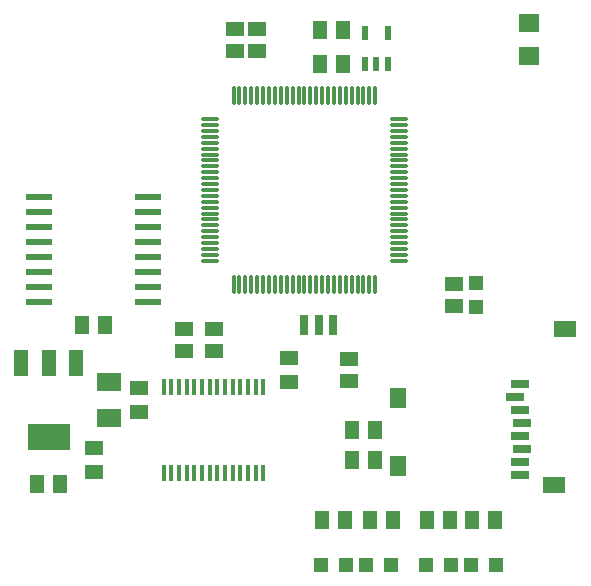
<source format=gtp>
G75*
%MOIN*%
%OFA0B0*%
%FSLAX24Y24*%
%IPPOS*%
%LPD*%
%AMOC8*
5,1,8,0,0,1.08239X$1,22.5*
%
%ADD10R,0.0630X0.0512*%
%ADD11R,0.0512X0.0591*%
%ADD12R,0.0512X0.0630*%
%ADD13R,0.0866X0.0236*%
%ADD14C,0.0118*%
%ADD15R,0.0591X0.0512*%
%ADD16R,0.0472X0.0472*%
%ADD17R,0.0137X0.0550*%
%ADD18R,0.0787X0.0591*%
%ADD19R,0.0480X0.0880*%
%ADD20R,0.1417X0.0866*%
%ADD21R,0.0551X0.0709*%
%ADD22R,0.0748X0.0551*%
%ADD23R,0.0591X0.0315*%
%ADD24R,0.0709X0.0630*%
%ADD25R,0.0217X0.0472*%
%ADD26R,0.0276X0.0669*%
D10*
X008833Y009606D03*
X008833Y010394D03*
X010333Y011606D03*
X010333Y012394D03*
X015333Y012606D03*
X015333Y013394D03*
D11*
X017459Y011000D03*
X018207Y011000D03*
X018207Y010000D03*
X017459Y010000D03*
X017207Y008000D03*
X016459Y008000D03*
X018059Y008000D03*
X018807Y008000D03*
X019959Y008000D03*
X020707Y008000D03*
X021459Y008000D03*
X022207Y008000D03*
X017136Y024346D03*
X016388Y024346D03*
D12*
X006940Y009200D03*
X007727Y009200D03*
X008440Y014500D03*
X009227Y014500D03*
X016369Y023189D03*
X017156Y023189D03*
D13*
X010644Y018750D03*
X010644Y018250D03*
X010644Y017750D03*
X010644Y017250D03*
X010644Y016750D03*
X010644Y016250D03*
X010644Y015750D03*
X010644Y015250D03*
X007022Y015250D03*
X007022Y015750D03*
X007022Y016250D03*
X007022Y016750D03*
X007022Y017250D03*
X007022Y017750D03*
X007022Y018250D03*
X007022Y018750D03*
D14*
X012475Y018803D02*
X012947Y018803D01*
X012947Y018606D02*
X012475Y018606D01*
X012475Y018409D02*
X012947Y018409D01*
X012947Y018213D02*
X012475Y018213D01*
X012475Y018016D02*
X012947Y018016D01*
X012947Y017819D02*
X012475Y017819D01*
X012475Y017622D02*
X012947Y017622D01*
X012947Y017425D02*
X012475Y017425D01*
X012475Y017228D02*
X012947Y017228D01*
X012947Y017031D02*
X012475Y017031D01*
X012475Y016835D02*
X012947Y016835D01*
X012947Y016638D02*
X012475Y016638D01*
X013499Y016086D02*
X013499Y015614D01*
X013696Y015614D02*
X013696Y016086D01*
X013892Y016086D02*
X013892Y015614D01*
X014089Y015614D02*
X014089Y016086D01*
X014286Y016086D02*
X014286Y015614D01*
X014483Y015614D02*
X014483Y016086D01*
X014680Y016086D02*
X014680Y015614D01*
X014877Y015614D02*
X014877Y016086D01*
X015073Y016086D02*
X015073Y015614D01*
X015270Y015614D02*
X015270Y016086D01*
X015467Y016086D02*
X015467Y015614D01*
X015664Y015614D02*
X015664Y016086D01*
X015861Y016086D02*
X015861Y015614D01*
X016058Y015614D02*
X016058Y016086D01*
X016255Y016086D02*
X016255Y015614D01*
X016451Y015614D02*
X016451Y016086D01*
X016648Y016086D02*
X016648Y015614D01*
X016845Y015614D02*
X016845Y016086D01*
X017042Y016086D02*
X017042Y015614D01*
X017239Y015614D02*
X017239Y016086D01*
X017436Y016086D02*
X017436Y015614D01*
X017633Y015614D02*
X017633Y016086D01*
X017829Y016086D02*
X017829Y015614D01*
X018026Y015614D02*
X018026Y016086D01*
X018223Y016086D02*
X018223Y015614D01*
X018774Y016638D02*
X019246Y016638D01*
X019246Y016835D02*
X018774Y016835D01*
X018774Y017031D02*
X019246Y017031D01*
X019246Y017228D02*
X018774Y017228D01*
X018774Y017425D02*
X019246Y017425D01*
X019246Y017622D02*
X018774Y017622D01*
X018774Y017819D02*
X019246Y017819D01*
X019246Y018016D02*
X018774Y018016D01*
X018774Y018213D02*
X019246Y018213D01*
X019246Y018409D02*
X018774Y018409D01*
X018774Y018606D02*
X019246Y018606D01*
X019246Y018803D02*
X018774Y018803D01*
X018774Y019000D02*
X019246Y019000D01*
X019246Y019197D02*
X018774Y019197D01*
X018774Y019394D02*
X019246Y019394D01*
X019246Y019591D02*
X018774Y019591D01*
X018774Y019787D02*
X019246Y019787D01*
X019246Y019984D02*
X018774Y019984D01*
X018774Y020181D02*
X019246Y020181D01*
X019246Y020378D02*
X018774Y020378D01*
X018774Y020575D02*
X019246Y020575D01*
X019246Y020772D02*
X018774Y020772D01*
X018774Y020969D02*
X019246Y020969D01*
X019246Y021165D02*
X018774Y021165D01*
X018774Y021362D02*
X019246Y021362D01*
X018223Y021914D02*
X018223Y022386D01*
X018026Y022386D02*
X018026Y021914D01*
X017829Y021914D02*
X017829Y022386D01*
X017633Y022386D02*
X017633Y021914D01*
X017436Y021914D02*
X017436Y022386D01*
X017239Y022386D02*
X017239Y021914D01*
X017042Y021914D02*
X017042Y022386D01*
X016845Y022386D02*
X016845Y021914D01*
X016648Y021914D02*
X016648Y022386D01*
X016451Y022386D02*
X016451Y021914D01*
X016255Y021914D02*
X016255Y022386D01*
X016058Y022386D02*
X016058Y021914D01*
X015861Y021914D02*
X015861Y022386D01*
X015664Y022386D02*
X015664Y021914D01*
X015467Y021914D02*
X015467Y022386D01*
X015270Y022386D02*
X015270Y021914D01*
X015073Y021914D02*
X015073Y022386D01*
X014877Y022386D02*
X014877Y021914D01*
X014680Y021914D02*
X014680Y022386D01*
X014483Y022386D02*
X014483Y021914D01*
X014286Y021914D02*
X014286Y022386D01*
X014089Y022386D02*
X014089Y021914D01*
X013892Y021914D02*
X013892Y022386D01*
X013696Y022386D02*
X013696Y021914D01*
X013499Y021914D02*
X013499Y022386D01*
X012947Y021362D02*
X012475Y021362D01*
X012475Y021165D02*
X012947Y021165D01*
X012947Y020969D02*
X012475Y020969D01*
X012475Y020772D02*
X012947Y020772D01*
X012947Y020575D02*
X012475Y020575D01*
X012475Y020378D02*
X012947Y020378D01*
X012947Y020181D02*
X012475Y020181D01*
X012475Y019984D02*
X012947Y019984D01*
X012947Y019787D02*
X012475Y019787D01*
X012475Y019591D02*
X012947Y019591D01*
X012947Y019394D02*
X012475Y019394D01*
X012475Y019197D02*
X012947Y019197D01*
X012947Y019000D02*
X012475Y019000D01*
D15*
X013552Y023626D03*
X014295Y023626D03*
X014295Y024374D03*
X013552Y024374D03*
X020833Y015874D03*
X020833Y015126D03*
X017333Y013374D03*
X017333Y012626D03*
X012833Y013626D03*
X012833Y014374D03*
X011833Y014374D03*
X011833Y013626D03*
D16*
X016420Y006500D03*
X017247Y006500D03*
X017920Y006500D03*
X018747Y006500D03*
X019920Y006500D03*
X020747Y006500D03*
X021420Y006500D03*
X022247Y006500D03*
X021597Y015087D03*
X021597Y015913D03*
D17*
X014497Y012439D03*
X014241Y012439D03*
X013985Y012439D03*
X013729Y012439D03*
X013473Y012439D03*
X013217Y012439D03*
X012961Y012439D03*
X012705Y012439D03*
X012449Y012439D03*
X012194Y012439D03*
X011938Y012439D03*
X011682Y012439D03*
X011426Y012439D03*
X011170Y012439D03*
X011170Y009561D03*
X011426Y009561D03*
X011682Y009561D03*
X011938Y009561D03*
X012194Y009561D03*
X012449Y009561D03*
X012705Y009561D03*
X012961Y009561D03*
X013217Y009561D03*
X013473Y009561D03*
X013729Y009561D03*
X013985Y009561D03*
X014241Y009561D03*
X014497Y009561D03*
D18*
X009333Y011409D03*
X009333Y012591D03*
D19*
X008243Y013220D03*
X007333Y013220D03*
X006423Y013220D03*
D20*
X007333Y010780D03*
D21*
X018991Y009807D03*
X018991Y012051D03*
D22*
X024168Y009177D03*
X024562Y014354D03*
D23*
X023046Y012520D03*
X022888Y012087D03*
X023046Y011654D03*
X023125Y011220D03*
X023046Y010787D03*
X023125Y010354D03*
X023046Y009921D03*
X023046Y009488D03*
D24*
X023333Y023449D03*
X023333Y024551D03*
D25*
X018633Y024232D03*
X017885Y024232D03*
X017885Y023209D03*
X018259Y023209D03*
X018633Y023209D03*
D26*
X016806Y014500D03*
X016333Y014500D03*
X015861Y014500D03*
M02*

</source>
